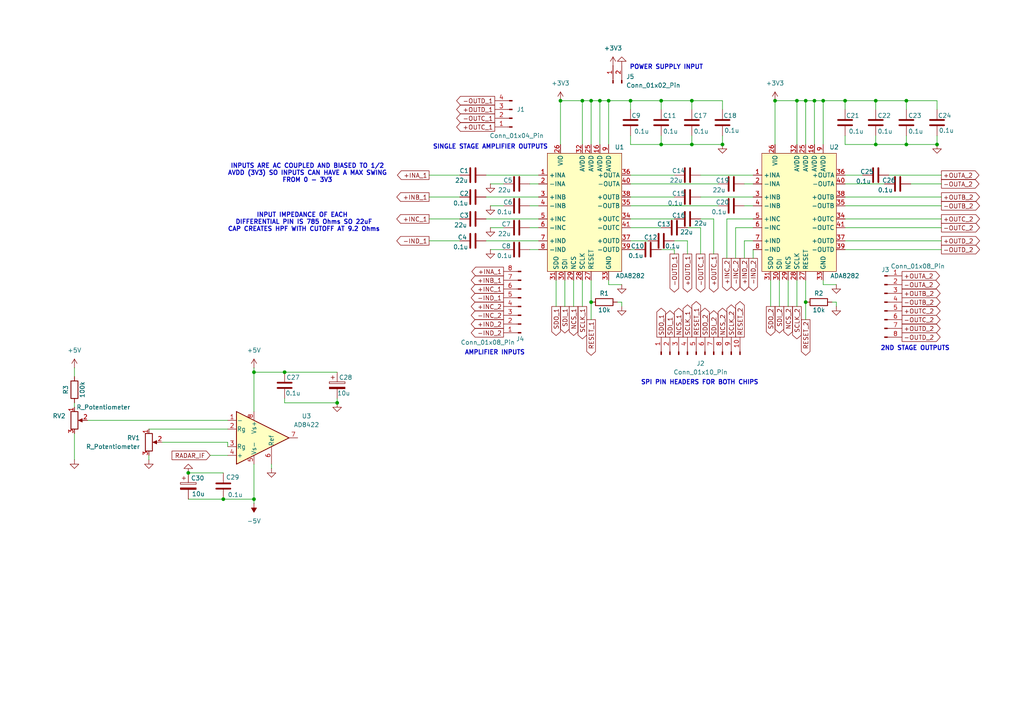
<source format=kicad_sch>
(kicad_sch (version 20231120) (generator "eeschema") (generator_version "8.0")
  (paper "A4")
  (title_block (title "Amplifier_Board") (rev "2") (company "Author: Mishay Naidoo"))
  (lib_symbols
    (symbol "Amplifier_Instrumentation:AD8422" (pin_names (offset 0.127))
      (property "Reference" "U" (at 3.81 7.62 0))
      (property "Value" "AD8422" (at 3.81 5.08 0))
      (symbol "AD8422_0_1"
        (polyline (pts (xy -7.62 7.62) (xy -7.62 -7.62) (xy 7.62 0) (xy -7.62 7.62)) (stroke (width 0.254)) (fill (type background)))
      )
      (symbol "AD8422_1_1"
        (pin input line (at -10.16 5.08 0) (length 2.54) (name "-") (number "1"))
        (pin passive line (at -10.16 2.54 0) (length 2.54) (name "Rg") (number "2"))
        (pin passive line (at -10.16 -2.54 0) (length 2.54) (name "Rg") (number "3"))
        (pin input line (at -10.16 -5.08 0) (length 2.54) (name "+") (number "4"))
        (pin power_in line (at -2.54 -7.62 90) (length 2.54) (name "Vs-") (number "5"))
        (pin passive line (at 2.54 -7.62 90) (length 5.08) (name "Ref") (number "6"))
        (pin output line (at 10.16 0 180) (length 2.54) (name "~") (number "7"))
        (pin power_in line (at -2.54 7.62 270) (length 2.54) (name "Vs+") (number "8"))
      )
    )
    (symbol "Amplifier_Radar:ADA8282"
      (property "Reference" "U" (at 12.192 -0.254 0))
      (property "Value" "ADA8282" (at 17.272 -35.052 0))
      (symbol "ADA8282_1_1"
        (rectangle (start -8.89 -1.27) (end 12.7 -35.56) (fill (type background)))
        (pin input line (at -11.43 -7.62 0) (length 2.54) (name "+INA") (number "1"))
        (pin power_in line (at 6.35 1.27 270) (length 2.54) (name "AVDD") (number "16"))
        (pin input line (at -11.43 -10.16 0) (length 2.54) (name "-INA") (number "2"))
        (pin power_in line (at 3.81 1.27 270) (length 2.54) (name "AVDD") (number "25"))
        (pin power_in line (at -5.08 1.27 270) (length 2.54) (name "VIO") (number "26"))
        (pin input line (at 3.81 -38.1 90) (length 2.54) (name "RESET") (number "27"))
        (pin input line (at 1.27 -38.1 90) (length 2.54) (name "SCLK") (number "28"))
        (pin input line (at -1.27 -38.1 90) (length 2.54) (name "NCS") (number "29"))
        (pin input line (at -11.43 -13.97 0) (length 2.54) (name "+INB") (number "3"))
        (pin input line (at -3.81 -38.1 90) (length 2.54) (name "SDI") (number "30"))
        (pin output line (at -6.35 -38.1 90) (length 2.54) (name "SDO") (number "31"))
        (pin power_in line (at 1.27 1.27 270) (length 2.54) (name "AVDD") (number "32"))
        (pin input line (at 8.89 -38.1 90) (length 2.54) (name "GND") (number "33"))
        (pin output line (at 15.24 -20.32 180) (length 2.54) (name "+OUTC") (number "34"))
        (pin output line (at 15.24 -16.51 180) (length 2.54) (name "-OUTB") (number "35"))
        (pin output line (at 15.24 -7.62 180) (length 2.54) (name "+OUTA") (number "36"))
        (pin output line (at 15.24 -26.67 180) (length 2.54) (name "+OUTD") (number "37"))
        (pin output line (at 15.24 -13.97 180) (length 2.54) (name "+OUTB") (number "38"))
        (pin output line (at 15.24 -29.21 180) (length 2.54) (name "-OUTD") (number "39"))
        (pin input line (at -11.43 -16.51 0) (length 2.54) (name "-INB") (number "4"))
        (pin output line (at 15.24 -10.16 180) (length 2.54) (name "-OUTA") (number "40"))
        (pin output line (at 15.24 -22.86 180) (length 2.54) (name "-OUTC") (number "41"))
        (pin input line (at -11.43 -20.32 0) (length 2.54) (name "+INC") (number "5"))
        (pin input line (at -11.43 -22.86 0) (length 2.54) (name "-INC") (number "6"))
        (pin input line (at -11.43 -26.67 0) (length 2.54) (name "+IND") (number "7"))
        (pin input line (at -11.43 -29.21 0) (length 2.54) (name "-IND") (number "8"))
        (pin power_in line (at 8.89 1.27 270) (length 2.54) (name "AVDD") (number "9"))
      )
    )
    (symbol "Connector:Conn_01x02_Pin" (pin_names (offset 1.016) hide)
      (property "Reference" "J" (at 0 2.54 0))
      (property "Value" "Conn_01x02_Pin" (at 0 -5.08 0))
      (symbol "Conn_01x02_Pin_1_1"
        (polyline (pts (xy 1.27 -2.54) (xy 0.8636 -2.54)) (stroke (width 0.1524)))
        (polyline (pts (xy 1.27 0) (xy 0.8636 0)) (stroke (width 0.1524)))
        (rectangle (start 0.8636 -2.413) (end 0 -2.667) (stroke (width 0.1524)) (fill (type outline)))
        (rectangle (start 0.8636 0.127) (end 0 -0.127) (stroke (width 0.1524)) (fill (type outline)))
        (pin passive line (at 5.08 0 180) (length 3.81) (name "Pin_1") (number "1"))
        (pin passive line (at 5.08 -2.54 180) (length 3.81) (name "Pin_2") (number "2"))
      )
    )
    (symbol "Connector:Conn_01x04_Pin" (pin_names (offset 1.016) hide)
      (property "Reference" "J" (at 0 5.08 0))
      (property "Value" "Conn_01x04_Pin" (at 0 -7.62 0))
      (symbol "Conn_01x04_Pin_1_1"
        (polyline (pts (xy 1.27 -5.08) (xy 0.8636 -5.08)) (stroke (width 0.1524)))
        (polyline (pts (xy 1.27 -2.54) (xy 0.8636 -2.54)) (stroke (width 0.1524)))
        (polyline (pts (xy 1.27 0) (xy 0.8636 0)) (stroke (width 0.1524)))
        (polyline (pts (xy 1.27 2.54) (xy 0.8636 2.54)) (stroke (width 0.1524)))
        (rectangle (start 0.8636 -4.953) (end 0 -5.207) (stroke (width 0.1524)) (fill (type outline)))
        (rectangle (start 0.8636 -2.413) (end 0 -2.667) (stroke (width 0.1524)) (fill (type outline)))
        (rectangle (start 0.8636 0.127) (end 0 -0.127) (stroke (width 0.1524)) (fill (type outline)))
        (rectangle (start 0.8636 2.667) (end 0 2.413) (stroke (width 0.1524)) (fill (type outline)))
        (pin passive line (at 5.08 2.54 180) (length 3.81) (name "Pin_1") (number "1"))
        (pin passive line (at 5.08 0 180) (length 3.81) (name "Pin_2") (number "2"))
        (pin passive line (at 5.08 -2.54 180) (length 3.81) (name "Pin_3") (number "3"))
        (pin passive line (at 5.08 -5.08 180) (length 3.81) (name "Pin_4") (number "4"))
      )
    )
    (symbol "Connector:Conn_01x08_Pin" (pin_names (offset 1.016) hide)
      (property "Reference" "J" (at 0 10.16 0))
      (property "Value" "Conn_01x08_Pin" (at 0 -12.7 0))
      (symbol "Conn_01x08_Pin_1_1"
        (polyline (pts (xy 1.27 -10.16) (xy 0.8636 -10.16)) (stroke (width 0.1524)))
        (polyline (pts (xy 1.27 -7.62) (xy 0.8636 -7.62)) (stroke (width 0.1524)))
        (polyline (pts (xy 1.27 -5.08) (xy 0.8636 -5.08)) (stroke (width 0.1524)))
        (polyline (pts (xy 1.27 -2.54) (xy 0.8636 -2.54)) (stroke (width 0.1524)))
        (polyline (pts (xy 1.27 0) (xy 0.8636 0)) (stroke (width 0.1524)))
        (polyline (pts (xy 1.27 2.54) (xy 0.8636 2.54)) (stroke (width 0.1524)))
        (polyline (pts (xy 1.27 5.08) (xy 0.8636 5.08)) (stroke (width 0.1524)))
        (polyline (pts (xy 1.27 7.62) (xy 0.8636 7.62)) (stroke (width 0.1524)))
        (rectangle (start 0.8636 -10.033) (end 0 -10.287) (stroke (width 0.1524)) (fill (type outline)))
        (rectangle (start 0.8636 -7.493) (end 0 -7.747) (stroke (width 0.1524)) (fill (type outline)))
        (rectangle (start 0.8636 -4.953) (end 0 -5.207) (stroke (width 0.1524)) (fill (type outline)))
        (rectangle (start 0.8636 -2.413) (end 0 -2.667) (stroke (width 0.1524)) (fill (type outline)))
        (rectangle (start 0.8636 0.127) (end 0 -0.127) (stroke (width 0.1524)) (fill (type outline)))
        (rectangle (start 0.8636 2.667) (end 0 2.413) (stroke (width 0.1524)) (fill (type outline)))
        (rectangle (start 0.8636 5.207) (end 0 4.953) (stroke (width 0.1524)) (fill (type outline)))
        (rectangle (start 0.8636 7.747) (end 0 7.493) (stroke (width 0.1524)) (fill (type outline)))
        (pin passive line (at 5.08 7.62 180) (length 3.81) (name "Pin_1") (number "1"))
        (pin passive line (at 5.08 5.08 180) (length 3.81) (name "Pin_2") (number "2"))
        (pin passive line (at 5.08 2.54 180) (length 3.81) (name "Pin_3") (number "3"))
        (pin passive line (at 5.08 0 180) (length 3.81) (name "Pin_4") (number "4"))
        (pin passive line (at 5.08 -2.54 180) (length 3.81) (name "Pin_5") (number "5"))
        (pin passive line (at 5.08 -5.08 180) (length 3.81) (name "Pin_6") (number "6"))
        (pin passive line (at 5.08 -7.62 180) (length 3.81) (name "Pin_7") (number "7"))
        (pin passive line (at 5.08 -10.16 180) (length 3.81) (name "Pin_8") (number "8"))
      )
    )
    (symbol "Connector:Conn_01x10_Pin" (pin_names (offset 1.016) hide)
      (property "Reference" "J" (at 0 12.7 0))
      (property "Value" "Conn_01x10_Pin" (at 0 -15.24 0))
      (symbol "Conn_01x10_Pin_1_1"
        (polyline (pts (xy 1.27 -12.7) (xy 0.8636 -12.7)) (stroke (width 0.1524)))
        (polyline (pts (xy 1.27 -10.16) (xy 0.8636 -10.16)) (stroke (width 0.1524)))
        (polyline (pts (xy 1.27 -7.62) (xy 0.8636 -7.62)) (stroke (width 0.1524)))
        (polyline (pts (xy 1.27 -5.08) (xy 0.8636 -5.08)) (stroke (width 0.1524)))
        (polyline (pts (xy 1.27 -2.54) (xy 0.8636 -2.54)) (stroke (width 0.1524)))
        (polyline (pts (xy 1.27 0) (xy 0.8636 0)) (stroke (width 0.1524)))
        (polyline (pts (xy 1.27 2.54) (xy 0.8636 2.54)) (stroke (width 0.1524)))
        (polyline (pts (xy 1.27 5.08) (xy 0.8636 5.08)) (stroke (width 0.1524)))
        (polyline (pts (xy 1.27 7.62) (xy 0.8636 7.62)) (stroke (width 0.1524)))
        (polyline (pts (xy 1.27 10.16) (xy 0.8636 10.16)) (stroke (width 0.1524)))
        (rectangle (start 0.8636 -12.573) (end 0 -12.827) (stroke (width 0.1524)) (fill (type outline)))
        (rectangle (start 0.8636 -10.033) (end 0 -10.287) (stroke (width 0.1524)) (fill (type outline)))
        (rectangle (start 0.8636 -7.493) (end 0 -7.747) (stroke (width 0.1524)) (fill (type outline)))
        (rectangle (start 0.8636 -4.953) (end 0 -5.207) (stroke (width 0.1524)) (fill (type outline)))
        (rectangle (start 0.8636 -2.413) (end 0 -2.667) (stroke (width 0.1524)) (fill (type outline)))
        (rectangle (start 0.8636 0.127) (end 0 -0.127) (stroke (width 0.1524)) (fill (type outline)))
        (rectangle (start 0.8636 2.667) (end 0 2.413) (stroke (width 0.1524)) (fill (type outline)))
        (rectangle (start 0.8636 5.207) (end 0 4.953) (stroke (width 0.1524)) (fill (type outline)))
        (rectangle (start 0.8636 7.747) (end 0 7.493) (stroke (width 0.1524)) (fill (type outline)))
        (rectangle (start 0.8636 10.287) (end 0 10.033) (stroke (width 0.1524)) (fill (type outline)))
        (pin passive line (at 5.08 10.16 180) (length 3.81) (name "Pin_1") (number "1"))
        (pin passive line (at 5.08 -12.7 180) (length 3.81) (name "Pin_10") (number "10"))
        (pin passive line (at 5.08 7.62 180) (length 3.81) (name "Pin_2") (number "2"))
        (pin passive line (at 5.08 5.08 180) (length 3.81) (name "Pin_3") (number "3"))
        (pin passive line (at 5.08 2.54 180) (length 3.81) (name "Pin_4") (number "4"))
        (pin passive line (at 5.08 0 180) (length 3.81) (name "Pin_5") (number "5"))
        (pin passive line (at 5.08 -2.54 180) (length 3.81) (name "Pin_6") (number "6"))
        (pin passive line (at 5.08 -5.08 180) (length 3.81) (name "Pin_7") (number "7"))
        (pin passive line (at 5.08 -7.62 180) (length 3.81) (name "Pin_8") (number "8"))
        (pin passive line (at 5.08 -10.16 180) (length 3.81) (name "Pin_9") (number "9"))
      )
    )
    (symbol "Device:C" (pin_numbers hide) (pin_names (offset 0.254))
      (property "Reference" "C" (at 0.635 2.54 0))
      (property "Value" "C" (at 0.635 -2.54 0))
      (symbol "C_0_1"
        (polyline (pts (xy -2.032 -0.762) (xy 2.032 -0.762)) (stroke (width 0.508)))
        (polyline (pts (xy -2.032 0.762) (xy 2.032 0.762)) (stroke (width 0.508)))
      )
      (symbol "C_1_1"
        (pin passive line (at 0 3.81 270) (length 2.794) (name "~") (number "1"))
        (pin passive line (at 0 -3.81 90) (length 2.794) (name "~") (number "2"))
      )
    )
    (symbol "Device:C_Polarized" (pin_numbers hide) (pin_names (offset 0.254))
      (property "Reference" "C" (at 0.635 2.54 0))
      (property "Value" "C_Polarized" (at 0.635 -2.54 0))
      (symbol "C_Polarized_0_1"
        (rectangle (start -2.286 0.508) (end 2.286 1.016))
        (polyline (pts (xy -1.778 2.286) (xy -0.762 2.286)))
        (polyline (pts (xy -1.27 2.794) (xy -1.27 1.778)))
        (rectangle (start 2.286 -0.508) (end -2.286 -1.016) (fill (type outline)))
      )
      (symbol "C_Polarized_1_1"
        (pin passive line (at 0 3.81 270) (length 2.794) (name "~") (number "1"))
        (pin passive line (at 0 -3.81 90) (length 2.794) (name "~") (number "2"))
      )
    )
    (symbol "Device:R" (pin_numbers hide) (pin_names (offset 0))
      (property "Reference" "R" (at 2.032 0 90))
      (property "Value" "R" (at 0 0 90))
      (symbol "R_0_1"
        (rectangle (start -1.016 -2.54) (end 1.016 2.54) (stroke (width 0.254)))
      )
      (symbol "R_1_1"
        (pin passive line (at 0 3.81 270) (length 1.27) (name "~") (number "1"))
        (pin passive line (at 0 -3.81 90) (length 1.27) (name "~") (number "2"))
      )
    )
    (symbol "Device:R_Potentiometer" (pin_names (offset 1.016) hide)
      (property "Reference" "RV" (at -4.445 0 90))
      (property "Value" "R_Potentiometer" (at -2.54 0 90))
      (symbol "R_Potentiometer_0_1"
        (polyline (pts (xy 2.54 0) (xy 1.524 0)))
        (polyline (pts (xy 1.143 0) (xy 2.286 0.508) (xy 2.286 -0.508) (xy 1.143 0)) (fill (type outline)))
        (rectangle (start 1.016 2.54) (end -1.016 -2.54) (stroke (width 0.254)))
      )
      (symbol "R_Potentiometer_1_1"
        (pin passive line (at 0 3.81 270) (length 1.27) (name "1") (number "1"))
        (pin passive line (at 3.81 0 180) (length 1.27) (name "2") (number "2"))
        (pin passive line (at 0 -3.81 90) (length 1.27) (name "3") (number "3"))
      )
    )
    (symbol "power:+3V3" (power) (pin_numbers hide) (pin_names (offset 0) hide)
      (property "Value" "+3V3" (at 0 3.556 0))
      (symbol "+3V3_0_1"
        (polyline (pts (xy -0.762 1.27) (xy 0 2.54)))
        (polyline (pts (xy 0 0) (xy 0 2.54)))
        (polyline (pts (xy 0 2.54) (xy 0.762 1.27)))
      )
      (symbol "+3V3_1_1"
        (pin power_in line (at 0 0 90) (length 0) (name "~") (number "1"))
      )
    )
    (symbol "power:+5V" (power) (pin_numbers hide) (pin_names (offset 0) hide)
      (property "Value" "+5V" (at 0 3.556 0))
      (symbol "+5V_0_1"
        (polyline (pts (xy -0.762 1.27) (xy 0 2.54)))
        (polyline (pts (xy 0 0) (xy 0 2.54)))
        (polyline (pts (xy 0 2.54) (xy 0.762 1.27)))
      )
      (symbol "+5V_1_1"
        (pin power_in line (at 0 0 90) (length 0) (name "~") (number "1"))
      )
    )
    (symbol "power:-5V" (power) (pin_numbers hide) (pin_names (offset 0) hide)
      (property "Value" "-5V" (at 0 3.556 0))
      (symbol "-5V_0_0"
        (pin power_in line (at 0 0 90) (length 0) (name "~") (number "1"))
      )
      (symbol "-5V_0_1"
        (polyline (pts (xy 0 0) (xy 0 1.27) (xy 0.762 1.27) (xy 0 2.54) (xy -0.762 1.27) (xy 0 1.27)) (fill (type outline)))
      )
    )
    (symbol "power:GND" (power) (pin_numbers hide) (pin_names (offset 0) hide)
      (property "Value" "GND" (at 0 -3.81 0))
      (symbol "GND_0_1"
        (polyline (pts (xy 0 0) (xy 0 -1.27) (xy 1.27 -1.27) (xy 0 -2.54) (xy -1.27 -1.27) (xy 0 -1.27)))
      )
      (symbol "GND_1_1"
        (pin power_in line (at 0 0 270) (length 0) (name "~") (number "1"))
      )
    )
  )
  (junction (at 233.68 29.21))
  (junction (at 176.53 29.21))
  (junction (at 233.68 87.63))
  (junction (at 245.11 29.21))
  (junction (at 238.76 29.21))
  (junction (at 254 41.91))
  (junction (at 262.89 29.21))
  (junction (at 73.66 144.78))
  (junction (at 82.55 107.95))
  (junction (at 171.45 87.63))
  (junction (at 224.79 29.21))
  (junction (at 262.89 41.91))
  (junction (at 54.61 137.16))
  (junction (at 73.66 107.95))
  (junction (at 236.22 29.21))
  (junction (at 254 29.21))
  (junction (at 162.56 29.21))
  (junction (at 173.99 29.21))
  (junction (at 97.79 116.84))
  (junction (at 200.66 29.21))
  (junction (at 182.88 29.21))
  (junction (at 191.77 41.91))
  (junction (at 231.14 29.21))
  (junction (at 191.77 29.21))
  (junction (at 271.78 41.91))
  (junction (at 64.77 144.78))
  (junction (at 209.55 41.91))
  (junction (at 200.66 41.91))
  (junction (at 171.45 29.21))
  (junction (at 168.91 29.21))
  (wire (pts (xy 66.04 128.27) (xy 66.04 129.54)))
  (wire (pts (xy 191.77 39.37) (xy 191.77 41.91)))
  (wire (pts (xy 64.77 144.78) (xy 73.66 144.78)))
  (wire (pts (xy 200.66 39.37) (xy 200.66 41.91)))
  (wire (pts (xy 153.67 59.69) (xy 156.21 59.69)))
  (wire (pts (xy 199.39 69.85) (xy 199.39 73.66)))
  (wire (pts (xy 191.77 41.91) (xy 200.66 41.91)))
  (wire (pts (xy 173.99 41.91) (xy 173.99 29.21)))
  (wire (pts (xy 182.88 53.34) (xy 208.28 53.34)))
  (wire (pts (xy 173.99 29.21) (xy 171.45 29.21)))
  (wire (pts (xy 153.67 53.34) (xy 156.21 53.34)))
  (wire (pts (xy 254 41.91) (xy 262.89 41.91)))
  (wire (pts (xy 210.82 63.5) (xy 218.44 63.5)))
  (wire (pts (xy 176.53 29.21) (xy 173.99 29.21)))
  (wire (pts (xy 43.18 124.46) (xy 66.04 124.46)))
  (wire (pts (xy 166.37 81.28) (xy 166.37 88.9)))
  (wire (pts (xy 182.88 39.37) (xy 182.88 41.91)))
  (wire (pts (xy 257.81 50.8) (xy 273.05 50.8)))
  (wire (pts (xy 233.68 87.63) (xy 233.68 92.71)))
  (wire (pts (xy 124.46 63.5) (xy 133.35 63.5)))
  (wire (pts (xy 233.68 29.21) (xy 231.14 29.21)))
  (wire (pts (xy 245.11 39.37) (xy 245.11 41.91)))
  (wire (pts (xy 168.91 81.28) (xy 168.91 88.9)))
  (wire (pts (xy 153.67 66.04) (xy 156.21 66.04)))
  (wire (pts (xy 21.59 116.84) (xy 21.59 118.11)))
  (wire (pts (xy 236.22 29.21) (xy 233.68 29.21)))
  (wire (pts (xy 218.44 72.39) (xy 218.44 74.93)))
  (wire (pts (xy 168.91 29.21) (xy 162.56 29.21)))
  (wire (pts (xy 245.11 63.5) (xy 273.05 63.5)))
  (wire (pts (xy 262.89 41.91) (xy 271.78 41.91)))
  (wire (pts (xy 73.66 106.68) (xy 73.66 107.95)))
  (wire (pts (xy 238.76 82.55) (xy 238.76 81.28)))
  (wire (pts (xy 140.97 69.85) (xy 156.21 69.85)))
  (wire (pts (xy 25.4 121.92) (xy 66.04 121.92)))
  (wire (pts (xy 210.82 74.93) (xy 210.82 63.5)))
  (wire (pts (xy 124.46 50.8) (xy 133.35 50.8)))
  (wire (pts (xy 254 31.75) (xy 254 29.21)))
  (wire (pts (xy 209.55 39.37) (xy 209.55 41.91)))
  (wire (pts (xy 124.46 57.15) (xy 133.35 57.15)))
  (wire (pts (xy 199.39 66.04) (xy 203.2 66.04)))
  (wire (pts (xy 182.88 50.8) (xy 195.58 50.8)))
  (wire (pts (xy 242.57 88.9) (xy 242.57 87.63)))
  (wire (pts (xy 233.68 41.91) (xy 233.68 29.21)))
  (wire (pts (xy 140.97 57.15) (xy 156.21 57.15)))
  (wire (pts (xy 203.2 66.04) (xy 203.2 73.66)))
  (wire (pts (xy 180.34 87.63) (xy 179.07 87.63)))
  (wire (pts (xy 238.76 29.21) (xy 236.22 29.21)))
  (wire (pts (xy 54.61 137.16) (xy 64.77 137.16)))
  (wire (pts (xy 191.77 31.75) (xy 191.77 29.21)))
  (wire (pts (xy 82.55 116.84) (xy 97.79 116.84)))
  (wire (pts (xy 245.11 69.85) (xy 273.05 69.85)))
  (wire (pts (xy 245.11 59.69) (xy 273.05 59.69)))
  (wire (pts (xy 224.79 29.21) (xy 224.79 41.91)))
  (wire (pts (xy 73.66 107.95) (xy 73.66 119.38)))
  (wire (pts (xy 182.88 57.15) (xy 195.58 57.15)))
  (wire (pts (xy 140.97 50.8) (xy 156.21 50.8)))
  (wire (pts (xy 182.88 29.21) (xy 176.53 29.21)))
  (wire (pts (xy 180.34 82.55) (xy 176.53 82.55)))
  (wire (pts (xy 226.06 81.28) (xy 226.06 88.9)))
  (wire (pts (xy 161.29 81.28) (xy 161.29 88.9)))
  (wire (pts (xy 153.67 72.39) (xy 156.21 72.39)))
  (wire (pts (xy 233.68 81.28) (xy 233.68 87.63)))
  (wire (pts (xy 245.11 31.75) (xy 245.11 29.21)))
  (wire (pts (xy 200.66 41.91) (xy 209.55 41.91)))
  (wire (pts (xy 262.89 31.75) (xy 262.89 29.21)))
  (wire (pts (xy 200.66 31.75) (xy 200.66 29.21)))
  (wire (pts (xy 215.9 53.34) (xy 218.44 53.34)))
  (wire (pts (xy 262.89 29.21) (xy 254 29.21)))
  (wire (pts (xy 223.52 81.28) (xy 223.52 88.9)))
  (wire (pts (xy 182.88 66.04) (xy 191.77 66.04)))
  (wire (pts (xy 195.58 72.39) (xy 195.58 73.66)))
  (wire (pts (xy 78.74 134.62) (xy 78.74 135.89)))
  (wire (pts (xy 142.24 53.34) (xy 146.05 53.34)))
  (wire (pts (xy 203.2 57.15) (xy 218.44 57.15)))
  (wire (pts (xy 236.22 41.91) (xy 236.22 29.21)))
  (wire (pts (xy 245.11 72.39) (xy 273.05 72.39)))
  (wire (pts (xy 171.45 87.63) (xy 171.45 92.71)))
  (wire (pts (xy 242.57 87.63) (xy 241.3 87.63)))
  (wire (pts (xy 182.88 72.39) (xy 184.15 72.39)))
  (wire (pts (xy 231.14 81.28) (xy 231.14 88.9)))
  (wire (pts (xy 245.11 53.34) (xy 256.54 53.34)))
  (wire (pts (xy 213.36 74.93) (xy 213.36 66.04)))
  (wire (pts (xy 195.58 69.85) (xy 199.39 69.85)))
  (wire (pts (xy 207.01 63.5) (xy 207.01 73.66)))
  (wire (pts (xy 238.76 41.91) (xy 238.76 29.21)))
  (wire (pts (xy 180.34 88.9) (xy 180.34 87.63)))
  (wire (pts (xy 171.45 81.28) (xy 171.45 87.63)))
  (wire (pts (xy 176.53 82.55) (xy 176.53 81.28)))
  (wire (pts (xy 82.55 115.57) (xy 82.55 116.84)))
  (wire (pts (xy 203.2 50.8) (xy 218.44 50.8)))
  (wire (pts (xy 73.66 144.78) (xy 73.66 146.05)))
  (wire (pts (xy 254 29.21) (xy 245.11 29.21)))
  (wire (pts (xy 245.11 50.8) (xy 250.19 50.8)))
  (wire (pts (xy 60.96 132.08) (xy 66.04 132.08)))
  (wire (pts (xy 245.11 66.04) (xy 273.05 66.04)))
  (wire (pts (xy 142.24 72.39) (xy 146.05 72.39)))
  (wire (pts (xy 264.16 53.34) (xy 273.05 53.34)))
  (wire (pts (xy 171.45 29.21) (xy 168.91 29.21)))
  (wire (pts (xy 73.66 107.95) (xy 82.55 107.95)))
  (wire (pts (xy 168.91 41.91) (xy 168.91 29.21)))
  (wire (pts (xy 245.11 41.91) (xy 254 41.91)))
  (wire (pts (xy 182.88 31.75) (xy 182.88 29.21)))
  (wire (pts (xy 242.57 82.55) (xy 238.76 82.55)))
  (wire (pts (xy 182.88 59.69) (xy 208.28 59.69)))
  (wire (pts (xy 271.78 29.21) (xy 262.89 29.21)))
  (wire (pts (xy 21.59 106.68) (xy 21.59 109.22)))
  (wire (pts (xy 142.24 66.04) (xy 146.05 66.04)))
  (wire (pts (xy 182.88 63.5) (xy 195.58 63.5)))
  (wire (pts (xy 191.77 29.21) (xy 182.88 29.21)))
  (wire (pts (xy 97.79 116.84) (xy 97.79 115.57)))
  (wire (pts (xy 262.89 39.37) (xy 262.89 41.91)))
  (wire (pts (xy 162.56 29.21) (xy 162.56 41.91)))
  (wire (pts (xy 228.6 81.28) (xy 228.6 88.9)))
  (wire (pts (xy 124.46 69.85) (xy 133.35 69.85)))
  (wire (pts (xy 254 39.37) (xy 254 41.91)))
  (wire (pts (xy 215.9 69.85) (xy 218.44 69.85)))
  (wire (pts (xy 163.83 81.28) (xy 163.83 88.9)))
  (wire (pts (xy 245.11 57.15) (xy 273.05 57.15)))
  (wire (pts (xy 46.99 128.27) (xy 66.04 128.27)))
  (wire (pts (xy 54.61 144.78) (xy 64.77 144.78)))
  (wire (pts (xy 73.66 134.62) (xy 73.66 144.78)))
  (wire (pts (xy 191.77 72.39) (xy 195.58 72.39)))
  (wire (pts (xy 209.55 29.21) (xy 200.66 29.21)))
  (wire (pts (xy 43.18 132.08) (xy 43.18 133.35)))
  (wire (pts (xy 245.11 29.21) (xy 238.76 29.21)))
  (wire (pts (xy 171.45 41.91) (xy 171.45 29.21)))
  (wire (pts (xy 182.88 41.91) (xy 191.77 41.91)))
  (wire (pts (xy 231.14 29.21) (xy 224.79 29.21)))
  (wire (pts (xy 82.55 107.95) (xy 97.79 107.95)))
  (wire (pts (xy 140.97 63.5) (xy 156.21 63.5)))
  (wire (pts (xy 176.53 41.91) (xy 176.53 29.21)))
  (wire (pts (xy 271.78 39.37) (xy 271.78 41.91)))
  (wire (pts (xy 182.88 69.85) (xy 187.96 69.85)))
  (wire (pts (xy 209.55 31.75) (xy 209.55 29.21)))
  (wire (pts (xy 271.78 31.75) (xy 271.78 29.21)))
  (wire (pts (xy 213.36 66.04) (xy 218.44 66.04)))
  (wire (pts (xy 203.2 63.5) (xy 207.01 63.5)))
  (wire (pts (xy 142.24 59.69) (xy 146.05 59.69)))
  (wire (pts (xy 231.14 41.91) (xy 231.14 29.21)))
  (wire (pts (xy 215.9 74.93) (xy 215.9 69.85)))
  (wire (pts (xy 215.9 59.69) (xy 218.44 59.69)))
  (wire (pts (xy 200.66 29.21) (xy 191.77 29.21)))
  (wire (pts (xy 21.59 125.73) (xy 21.59 133.35)))
  (text "INPUTS ARE AC COUPLED AND BIASED TO 1/2\nAVDD (3V3) SO INPUTS CAN HAVE A MAX SWING\nFROM 0 - 3V3\n" (at 89.154 50.292 0) (effects (font (size 1.27 1.27) (thickness 0.254) (bold yes))))
  (text "2ND STAGE OUTPUTS\n" (at 265.43 101.092 0) (effects (font (size 1.27 1.27) (thickness 0.254) (bold yes))))
  (text "POWER SUPPLY INPUT" (at 193.294 19.558 0) (effects (font (size 1.27 1.27) (thickness 0.254) (bold yes))))
  (text "INPUT IMPEDANCE OF EACH \nDIFFERENTIAL PIN IS 785 Ohms SO 22uF\nCAP CREATES HPF WITH CUTOFF AT 9.2 Ohms\n" (at 88.138 64.516 0) (effects (font (size 1.27 1.27) (thickness 0.254) (bold yes))))
  (text "AMPLIFIER INPUTS\n\n\n" (at 143.51 104.394 0) (effects (font (size 1.27 1.27) (thickness 0.254) (bold yes))))
  (text "SPI PIN HEADERS FOR BOTH CHIPS\n" (at 202.946 110.998 0) (effects (font (size 1.27 1.27) (thickness 0.254) (bold yes))))
  (text "SINGLE STAGE AMPLIFIER OUTPUTS\n" (at 142.24 42.672 0) (effects (font (size 1.27 1.27) (thickness 0.254) (bold yes))))
  (global_label "SDI_2" (shape output) (at 207.01 97.79 90) (property "Intersheetrefs" "${INTERSHEET_REFS}" (effects (hide yes))))
  (global_label "+INA_1" (shape output) (at 146.05 78.74 180) (property "Intersheetrefs" "${INTERSHEET_REFS}" (effects (hide yes))))
  (global_label "SDI_1" (shape output) (at 163.83 88.9 270) (property "Intersheetrefs" "${INTERSHEET_REFS}" (effects (hide yes))))
  (global_label "RESET_1" (shape output) (at 201.93 97.79 90) (property "Intersheetrefs" "${INTERSHEET_REFS}" (effects (hide yes))))
  (global_label "-OUTC_2" (shape output) (at 261.62 92.71 0) (property "Intersheetrefs" "${INTERSHEET_REFS}" (effects (hide yes))))
  (global_label "+OUTB_2" (shape output) (at 261.62 85.09 0) (property "Intersheetrefs" "${INTERSHEET_REFS}" (effects (hide yes))))
  (global_label "SCLK_1" (shape output) (at 168.91 88.9 270) (property "Intersheetrefs" "${INTERSHEET_REFS}" (effects (hide yes))))
  (global_label "-OUTC_1" (shape output) (at 143.51 34.29 180) (property "Intersheetrefs" "${INTERSHEET_REFS}" (effects (hide yes))))
  (global_label "-OUTD_1" (shape output) (at 143.51 29.21 180) (property "Intersheetrefs" "${INTERSHEET_REFS}" (effects (hide yes))))
  (global_label "SCLK_2" (shape output) (at 231.14 88.9 270) (property "Intersheetrefs" "${INTERSHEET_REFS}" (effects (hide yes))))
  (global_label "-IND_1" (shape output) (at 124.46 69.85 180) (property "Intersheetrefs" "${INTERSHEET_REFS}" (effects (hide yes))))
  (global_label "RESET_2" (shape output) (at 214.63 97.79 90) (property "Intersheetrefs" "${INTERSHEET_REFS}" (effects (hide yes))))
  (global_label "+INC_1" (shape output) (at 124.46 63.5 180) (property "Intersheetrefs" "${INTERSHEET_REFS}" (effects (hide yes))))
  (global_label "-INC_2" (shape output) (at 146.05 91.44 180) (property "Intersheetrefs" "${INTERSHEET_REFS}" (effects (hide yes))))
  (global_label "NCS_2" (shape output) (at 209.55 97.79 90) (property "Intersheetrefs" "${INTERSHEET_REFS}" (effects (hide yes))))
  (global_label "-IND_2" (shape output) (at 146.05 96.52 180) (property "Intersheetrefs" "${INTERSHEET_REFS}" (effects (hide yes))))
  (global_label "+OUTC_2" (shape output) (at 273.05 63.5 0) (property "Intersheetrefs" "${INTERSHEET_REFS}" (effects (hide yes))))
  (global_label "-OUTA_2" (shape output) (at 273.05 53.34 0) (property "Intersheetrefs" "${INTERSHEET_REFS}" (effects (hide yes))))
  (global_label "-OUTB_2" (shape output) (at 261.62 87.63 0) (property "Intersheetrefs" "${INTERSHEET_REFS}" (effects (hide yes))))
  (global_label "+IND_2" (shape output) (at 215.9 74.93 270) (property "Intersheetrefs" "${INTERSHEET_REFS}" (effects (hide yes))))
  (global_label "-OUTA_2" (shape output) (at 261.62 82.55 0) (property "Intersheetrefs" "${INTERSHEET_REFS}" (effects (hide yes))))
  (global_label "RESET_1" (shape output) (at 171.45 92.71 270) (property "Intersheetrefs" "${INTERSHEET_REFS}" (effects (hide yes))))
  (global_label "+OUTC_1" (shape output) (at 143.51 36.83 180) (property "Intersheetrefs" "${INTERSHEET_REFS}" (effects (hide yes))))
  (global_label "+OUTD_1" (shape output) (at 143.51 31.75 180) (property "Intersheetrefs" "${INTERSHEET_REFS}" (effects (hide yes))))
  (global_label "SDO_1" (shape output) (at 191.77 97.79 90) (property "Intersheetrefs" "${INTERSHEET_REFS}" (effects (hide yes))))
  (global_label "+INB_1" (shape output) (at 124.46 57.15 180) (property "Intersheetrefs" "${INTERSHEET_REFS}" (effects (hide yes))))
  (global_label "-OUTD_2" (shape output) (at 273.05 72.39 0) (property "Intersheetrefs" "${INTERSHEET_REFS}" (effects (hide yes))))
  (global_label "+OUTD_2" (shape output) (at 261.62 95.25 0) (property "Intersheetrefs" "${INTERSHEET_REFS}" (effects (hide yes))))
  (global_label "SDI_2" (shape output) (at 226.06 88.9 270) (property "Intersheetrefs" "${INTERSHEET_REFS}" (effects (hide yes))))
  (global_label "SDO_1" (shape output) (at 161.29 88.9 270) (property "Intersheetrefs" "${INTERSHEET_REFS}" (effects (hide yes))))
  (global_label "+OUTA_2" (shape output) (at 261.62 80.01 0) (property "Intersheetrefs" "${INTERSHEET_REFS}" (effects (hide yes))))
  (global_label "NCS_2" (shape output) (at 228.6 88.9 270) (property "Intersheetrefs" "${INTERSHEET_REFS}" (effects (hide yes))))
  (global_label "+INA_1" (shape output) (at 124.46 50.8 180) (property "Intersheetrefs" "${INTERSHEET_REFS}" (effects (hide yes))))
  (global_label "+OUTC_1" (shape output) (at 207.01 73.66 270) (property "Intersheetrefs" "${INTERSHEET_REFS}" (effects (hide yes))))
  (global_label "NCS_1" (shape output) (at 196.85 97.79 90) (property "Intersheetrefs" "${INTERSHEET_REFS}" (effects (hide yes))))
  (global_label "+INC_2" (shape output) (at 210.82 74.93 270) (property "Intersheetrefs" "${INTERSHEET_REFS}" (effects (hide yes))))
  (global_label "+OUTC_2" (shape output) (at 261.62 90.17 0) (property "Intersheetrefs" "${INTERSHEET_REFS}" (effects (hide yes))))
  (global_label "NCS_1" (shape output) (at 166.37 88.9 270) (property "Intersheetrefs" "${INTERSHEET_REFS}" (effects (hide yes))))
  (global_label "-IND_2" (shape output) (at 218.44 74.93 270) (property "Intersheetrefs" "${INTERSHEET_REFS}" (effects (hide yes))))
  (global_label "-OUTD_2" (shape output) (at 261.62 97.79 0) (property "Intersheetrefs" "${INTERSHEET_REFS}" (effects (hide yes))))
  (global_label "-OUTB_2" (shape output) (at 273.05 59.69 0) (property "Intersheetrefs" "${INTERSHEET_REFS}" (effects (hide yes))))
  (global_label "RADAR_IF" (shape input) (at 60.96 132.08 180) (property "Intersheetrefs" "${INTERSHEET_REFS}" (effects (hide yes))))
  (global_label "SDO_2" (shape output) (at 223.52 88.9 270) (property "Intersheetrefs" "${INTERSHEET_REFS}" (effects (hide yes))))
  (global_label "+OUTD_1" (shape output) (at 199.39 73.66 270) (property "Intersheetrefs" "${INTERSHEET_REFS}" (effects (hide yes))))
  (global_label "+INC_1" (shape output) (at 146.05 83.82 180) (property "Intersheetrefs" "${INTERSHEET_REFS}" (effects (hide yes))))
  (global_label "-OUTD_1" (shape output) (at 195.58 73.66 270) (property "Intersheetrefs" "${INTERSHEET_REFS}" (effects (hide yes))))
  (global_label "SDI_1" (shape output) (at 194.31 97.79 90) (property "Intersheetrefs" "${INTERSHEET_REFS}" (effects (hide yes))))
  (global_label "-IND_1" (shape output) (at 146.05 86.36 180) (property "Intersheetrefs" "${INTERSHEET_REFS}" (effects (hide yes))))
  (global_label "+OUTD_2" (shape output) (at 273.05 69.85 0) (property "Intersheetrefs" "${INTERSHEET_REFS}" (effects (hide yes))))
  (global_label "SDO_2" (shape output) (at 204.47 97.79 90) (property "Intersheetrefs" "${INTERSHEET_REFS}" (effects (hide yes))))
  (global_label "+INB_1" (shape output) (at 146.05 81.28 180) (property "Intersheetrefs" "${INTERSHEET_REFS}" (effects (hide yes))))
  (global_label "-OUTC_1" (shape output) (at 203.2 73.66 270) (property "Intersheetrefs" "${INTERSHEET_REFS}" (effects (hide yes))))
  (global_label "-INC_2" (shape output) (at 213.36 74.93 270) (property "Intersheetrefs" "${INTERSHEET_REFS}" (effects (hide yes))))
  (global_label "+INC_2" (shape output) (at 146.05 88.9 180) (property "Intersheetrefs" "${INTERSHEET_REFS}" (effects (hide yes))))
  (global_label "RESET_2" (shape output) (at 233.68 92.71 270) (property "Intersheetrefs" "${INTERSHEET_REFS}" (effects (hide yes))))
  (global_label "SCLK_1" (shape output) (at 199.39 97.79 90) (property "Intersheetrefs" "${INTERSHEET_REFS}" (effects (hide yes))))
  (global_label "-OUTC_2" (shape output) (at 273.05 66.04 0) (property "Intersheetrefs" "${INTERSHEET_REFS}" (effects (hide yes))))
  (global_label "+IND_2" (shape output) (at 146.05 93.98 180) (property "Intersheetrefs" "${INTERSHEET_REFS}" (effects (hide yes))))
  (global_label "+OUTB_2" (shape output) (at 273.05 57.15 0) (property "Intersheetrefs" "${INTERSHEET_REFS}" (effects (hide yes))))
  (global_label "+OUTA_2" (shape output) (at 273.05 50.8 0) (property "Intersheetrefs" "${INTERSHEET_REFS}" (effects (hide yes))))
  (global_label "SCLK_2" (shape output) (at 212.09 97.79 90) (property "Intersheetrefs" "${INTERSHEET_REFS}" (effects (hide yes))))
  (symbol (lib_id "Device:C") (at 82.55 111.76 0) (unit 1)
    (property "Reference" "C27" (at 83.058 109.474 0) (effects (justify left)))
    (property "Value" "0.1u" (at 82.804 114.046 0) (effects (justify left)))
    (property "Description" "Unpolarized capacitor" (effects (hide yes)))
  )
  (symbol (lib_id "power:+3V3") (at 162.56 29.21 0) (unit 1)
    (property "Reference" "#PWR05" (effects (hide yes)))
    (property "Value" "+3V3" (at 162.56 24.13 0))
    (property "Description" "Power symbol creates a global label with name \"+3V3\"" (effects (hide yes)))
  )
  (symbol (lib_id "Connector:Conn_01x04_Pin") (at 148.59 34.29 180) (unit 1)
    (property "Reference" "J1" (at 149.86 31.7499 0) (effects (justify right)))
    (property "Value" "Conn_01x04_Pin" (at 141.986 39.37 0) (effects (justify right)))
    (property "Description" "Generic connector, single row, 01x04, script generated" (effects (hide yes)))
  )
  (symbol (lib_id "Device:C") (at 149.86 53.34 90) (unit 1)
    (property "Reference" "C5" (at 147.32 52.324 90))
    (property "Value" "22u" (at 146.304 55.118 90))
    (property "Description" "Unpolarized capacitor" (effects (hide yes)))
  )
  (symbol (lib_id "Device:C") (at 195.58 66.04 90) (unit 1)
    (property "Reference" "C13" (at 192.532 65.024 90))
    (property "Value" "22u" (at 199.136 67.31 90))
    (property "Description" "Unpolarized capacitor" (effects (hide yes)))
  )
  (symbol (lib_id "Connector:Conn_01x08_Pin") (at 151.13 88.9 180) (unit 1)
    (property "Reference" "J4" (at 150.876 98.298 0))
    (property "Value" "Conn_01x08_Pin" (at 141.478 99.314 0))
    (property "Description" "Generic connector, single row, 01x08, script generated" (effects (hide yes)))
  )
  (symbol (lib_id "Device:C") (at 187.96 72.39 90) (unit 1)
    (property "Reference" "C10" (at 184.912 71.374 90))
    (property "Value" "0.1u" (at 184.404 74.168 90))
    (property "Description" "Unpolarized capacitor" (effects (hide yes)))
  )
  (symbol (lib_id "Device:C") (at 191.77 35.56 0) (unit 1)
    (property "Reference" "C11" (at 192.278 33.528 0) (effects (justify left)))
    (property "Value" "0.1u" (at 192.278 38.1 0) (effects (justify left)))
    (property "Description" "Unpolarized capacitor" (effects (hide yes)))
  )
  (symbol (lib_id "Device:C") (at 64.77 140.97 0) (unit 1)
    (property "Reference" "C29" (at 65.532 138.43 0) (effects (justify left)))
    (property "Value" "0.1u" (at 66.04 143.51 0) (effects (justify left)))
    (property "Description" "Unpolarized capacitor" (effects (hide yes)))
  )
  (symbol (lib_id "Device:C") (at 149.86 59.69 90) (unit 1)
    (property "Reference" "C6" (at 147.32 58.674 90))
    (property "Value" "0.1u" (at 146.304 61.468 90))
    (property "Description" "Unpolarized capacitor" (effects (hide yes)))
  )
  (symbol (lib_id "power:GND") (at 209.55 41.91 0) (unit 1)
    (property "Reference" "#PWR08" (effects (hide yes)))
    (property "Value" "GND" (effects (hide yes)))
    (property "Description" "Power symbol creates a global label with name \"GND\" , ground" (effects (hide yes)))
  )
  (symbol (lib_id "power:GND") (at 180.34 88.9 0) (unit 1)
    (property "Reference" "#PWR07" (effects (hide yes)))
    (property "Value" "GND" (effects (hide yes)))
    (property "Description" "Power symbol creates a global label with name \"GND\" , ground" (effects (hide yes)))
  )
  (symbol (lib_id "Device:C") (at 137.16 63.5 90) (unit 1)
    (property "Reference" "C3" (at 134.62 62.484 90))
    (property "Value" "22u" (at 133.604 65.278 90))
    (property "Description" "Unpolarized capacitor" (effects (hide yes)))
  )
  (symbol (lib_id "power:GND") (at 242.57 82.55 0) (unit 1)
    (property "Reference" "#PWR010" (effects (hide yes)))
    (property "Value" "GND" (effects (hide yes)))
    (property "Description" "Power symbol creates a global label with name \"GND\" , ground" (effects (hide yes)))
  )
  (symbol (lib_id "Connector:Conn_01x02_Pin") (at 177.8 24.13 90) (unit 1)
    (property "Reference" "J5" (at 181.61 22.2249 90) (effects (justify right)))
    (property "Value" "Conn_01x02_Pin" (at 181.61 24.7649 90) (effects (justify right)))
    (property "Description" "Generic connector, single row, 01x02, script generated" (effects (hide yes)))
  )
  (symbol (lib_id "Connector:Conn_01x10_Pin") (at 201.93 102.87 90) (unit 1)
    (property "Reference" "J2" (at 203.2 105.41 90))
    (property "Value" "Conn_01x10_Pin" (at 203.2 107.95 90))
    (property "Description" "Generic connector, single row, 01x10, script generated" (effects (hide yes)))
  )
  (symbol (lib_id "Device:R_Potentiometer") (at 21.59 121.92 0) (unit 1)
    (property "Reference" "RV2" (at 19.05 120.6499 0) (effects (justify right)))
    (property "Value" "R_Potentiometer" (at 37.846 118.11 0) (effects (justify right)))
    (property "Description" "Potentiometer" (effects (hide yes)))
  )
  (symbol (lib_id "Device:C") (at 200.66 35.56 0) (unit 1)
    (property "Reference" "C17" (at 201.168 33.528 0) (effects (justify left)))
    (property "Value" "0.1u" (at 201.168 38.1 0) (effects (justify left)))
    (property "Description" "Unpolarized capacitor" (effects (hide yes)))
  )
  (symbol (lib_id "Amplifier_Instrumentation:AD8422") (at 76.2 127 0) (unit 1)
    (property "Reference" "U3" (at 88.9 120.6814 0))
    (property "Value" "AD8422" (at 88.9 123.2214 0))
    (property "Datasheet" "https://www.analog.com/media/en/technical-documentation/data-sheets/AD8422.pdf" (effects (hide yes)))
    (property "Description" "Single High Performance, Low Power, Rail-to-Rail Precision Instrumentation Amplifier, SOIC-8/MSOP-8" (effects (hide yes)))
  )
  (symbol (lib_id "power:GND") (at 142.24 72.39 0) (unit 1)
    (property "Reference" "#PWR04" (effects (hide yes)))
    (property "Value" "GND" (effects (hide yes)))
    (property "Description" "Power symbol creates a global label with name \"GND\" , ground" (effects (hide yes)))
  )
  (symbol (lib_id "Device:C") (at 199.39 50.8 90) (unit 1)
    (property "Reference" "C14" (at 196.85 49.53 90))
    (property "Value" "22u" (at 196.088 52.324 90))
    (property "Description" "Unpolarized capacitor" (effects (hide yes)))
  )
  (symbol (lib_id "Device:R_Potentiometer") (at 43.18 128.27 0) (unit 1)
    (property "Reference" "RV1" (at 40.64 126.9999 0) (effects (justify right)))
    (property "Value" "R_Potentiometer" (at 40.64 129.5399 0) (effects (justify right)))
    (property "Description" "Potentiometer" (effects (hide yes)))
  )
  (symbol (lib_id "Device:C") (at 212.09 53.34 90) (unit 1)
    (property "Reference" "C19" (at 209.55 52.324 90))
    (property "Value" "22u" (at 208.534 55.118 90))
    (property "Description" "Unpolarized capacitor" (effects (hide yes)))
  )
  (symbol (lib_id "Device:C") (at 254 50.8 90) (unit 1)
    (property "Reference" "C25" (at 251.46 49.784 90))
    (property "Value" "0.1u" (at 250.444 52.578 90))
    (property "Description" "Unpolarized capacitor" (effects (hide yes)))
  )
  (symbol (lib_id "power:GND") (at 21.59 133.35 0) (unit 1)
    (property "Reference" "#PWR016" (effects (hide yes)))
    (property "Value" "GND" (effects (hide yes)))
    (property "Description" "Power symbol creates a global label with name \"GND\" , ground" (effects (hide yes)))
  )
  (symbol (lib_id "Device:C") (at 137.16 57.15 90) (unit 1)
    (property "Reference" "C2" (at 134.62 56.134 90))
    (property "Value" "0.1u" (at 133.604 58.928 90))
    (property "Description" "Unpolarized capacitor" (effects (hide yes)))
  )
  (symbol (lib_id "Amplifier_Radar:ADA8282") (at 229.87 43.18 0) (unit 1)
    (property "Reference" "U2" (at 240.538 42.672 0) (effects (justify left)))
    (property "Value" "ADA8282" (at 240.792 80.01 0) (effects (justify left)))
    (property "Footprint" "Package_CSP:LFCSP-32-1EP_5x5mm_P0.5mm_EP3.25x3.25mm" (effects (hide yes)))
  )
  (symbol (lib_id "power:GND") (at 142.24 59.69 0) (unit 1)
    (property "Reference" "#PWR02" (effects (hide yes)))
    (property "Value" "GND" (effects (hide yes)))
    (property "Description" "Power symbol creates a global label with name \"GND\" , ground" (effects (hide yes)))
  )
  (symbol (lib_id "Connector:Conn_01x08_Pin") (at 256.54 87.63 0) (unit 1)
    (property "Reference" "J3" (at 256.794 78.232 0))
    (property "Value" "Conn_01x08_Pin" (at 266.192 77.216 0))
    (property "Description" "Generic connector, single row, 01x08, script generated" (effects (hide yes)))
  )
  (symbol (lib_id "power:GND") (at 180.34 82.55 0) (unit 1)
    (property "Reference" "#PWR06" (effects (hide yes)))
    (property "Value" "GND" (effects (hide yes)))
    (property "Description" "Power symbol creates a global label with name \"GND\" , ground" (effects (hide yes)))
  )
  (symbol (lib_id "Device:C") (at 262.89 35.56 0) (unit 1)
    (property "Reference" "C23" (at 263.398 33.528 0) (effects (justify left)))
    (property "Value" "0.1u" (at 263.398 38.1 0) (effects (justify left)))
    (property "Description" "Unpolarized capacitor" (effects (hide yes)))
  )
  (symbol (lib_id "power:+5V") (at 73.66 106.68 0) (unit 1)
    (property "Reference" "#PWR018" (effects (hide yes)))
    (property "Value" "+5V" (at 73.66 101.6 0))
    (property "Description" "Power symbol creates a global label with name \"+5V\"" (effects (hide yes)))
  )
  (symbol (lib_id "power:GND") (at 142.24 53.34 0) (unit 1)
    (property "Reference" "#PWR01" (effects (hide yes)))
    (property "Value" "GND" (effects (hide yes)))
    (property "Description" "Power symbol creates a global label with name \"GND\" , ground" (effects (hide yes)))
  )
  (symbol (lib_id "Device:C") (at 199.39 57.15 90) (unit 1)
    (property "Reference" "C15" (at 196.85 56.134 90))
    (property "Value" "0.1u" (at 195.834 58.928 90))
    (property "Description" "Unpolarized capacitor" (effects (hide yes)))
  )
  (symbol (lib_id "power:GND") (at 54.61 137.16 180) (unit 1)
    (property "Reference" "#PWR021" (effects (hide yes)))
    (property "Value" "GND" (effects (hide yes)))
    (property "Description" "Power symbol creates a global label with name \"GND\" , ground" (effects (hide yes)))
  )
  (symbol (lib_id "Device:R") (at 237.49 87.63 90) (unit 1)
    (property "Reference" "R2" (at 237.49 85.09 90))
    (property "Value" "10k" (at 237.49 89.916 90))
    (property "Description" "Resistor" (effects (hide yes)))
  )
  (symbol (lib_id "power:GND") (at 97.79 116.84 0) (unit 1)
    (property "Reference" "#PWR019" (effects (hide yes)))
    (property "Value" "GND" (effects (hide yes)))
    (property "Description" "Power symbol creates a global label with name \"GND\" , ground" (effects (hide yes)))
  )
  (symbol (lib_id "Device:C") (at 137.16 50.8 90) (unit 1)
    (property "Reference" "C1" (at 134.62 49.53 90))
    (property "Value" "22u" (at 133.858 52.324 90))
    (property "Description" "Unpolarized capacitor" (effects (hide yes)))
  )
  (symbol (lib_id "power:GND") (at 271.78 41.91 0) (unit 1)
    (property "Reference" "#PWR012" (effects (hide yes)))
    (property "Value" "GND" (effects (hide yes)))
    (property "Description" "Power symbol creates a global label with name \"GND\" , ground" (effects (hide yes)))
  )
  (symbol (lib_id "power:GND") (at 242.57 88.9 0) (unit 1)
    (property "Reference" "#PWR011" (effects (hide yes)))
    (property "Value" "GND" (effects (hide yes)))
    (property "Description" "Power symbol creates a global label with name \"GND\" , ground" (effects (hide yes)))
  )
  (symbol (lib_id "Device:C") (at 212.09 59.69 90) (unit 1)
    (property "Reference" "C20" (at 209.55 58.674 90))
    (property "Value" "0.1u" (at 208.534 61.468 90))
    (property "Description" "Unpolarized capacitor" (effects (hide yes)))
  )
  (symbol (lib_id "Device:C_Polarized") (at 97.79 111.76 0) (unit 1)
    (property "Reference" "C28" (at 98.298 109.474 0) (effects (justify left)))
    (property "Value" "10u" (at 97.79 114.046 0) (effects (justify left)))
    (property "Description" "Polarized capacitor" (effects (hide yes)))
  )
  (symbol (lib_id "Device:C") (at 254 35.56 0) (unit 1)
    (property "Reference" "C22" (at 254.508 33.528 0) (effects (justify left)))
    (property "Value" "0.1u" (at 254.508 38.1 0) (effects (justify left)))
    (property "Description" "Unpolarized capacitor" (effects (hide yes)))
  )
  (symbol (lib_id "Amplifier_Radar:ADA8282") (at 167.64 43.18 0) (unit 1)
    (property "Reference" "U1" (at 178.308 42.672 0) (effects (justify left)))
    (property "Value" "ADA8282" (at 178.562 80.01 0) (effects (justify left)))
    (property "Footprint" "Package_CSP:LFCSP-32-1EP_5x5mm_P0.5mm_EP3.25x3.25mm" (effects (hide yes)))
  )
  (symbol (lib_id "Device:C") (at 149.86 66.04 90) (unit 1)
    (property "Reference" "C7" (at 146.812 65.024 90))
    (property "Value" "22u" (at 146.304 67.818 90))
    (property "Description" "Unpolarized capacitor" (effects (hide yes)))
  )
  (symbol (lib_id "power:+5V") (at 21.59 106.68 0) (unit 1)
    (property "Reference" "#PWR017" (effects (hide yes)))
    (property "Value" "+5V" (at 21.59 101.6 0))
    (property "Description" "Power symbol creates a global label with name \"+5V\"" (effects (hide yes)))
  )
  (symbol (lib_id "Device:C") (at 209.55 35.56 0) (unit 1)
    (property "Reference" "C18" (at 209.804 33.528 0) (effects (justify left)))
    (property "Value" "0.1u" (at 210.058 37.846 0) (effects (justify left)))
    (property "Description" "Unpolarized capacitor" (effects (hide yes)))
  )
  (symbol (lib_id "Device:C") (at 191.77 69.85 90) (unit 1)
    (property "Reference" "C12" (at 188.722 68.834 90))
    (property "Value" "0.1u" (at 195.072 71.374 90))
    (property "Description" "Unpolarized capacitor" (effects (hide yes)))
  )
  (symbol (lib_id "power:+3V3") (at 177.8 19.05 0) (unit 1)
    (property "Reference" "#PWR013" (effects (hide yes)))
    (property "Value" "+3V3" (at 177.8 13.97 0))
    (property "Description" "Power symbol creates a global label with name \"+3V3\"" (effects (hide yes)))
  )
  (symbol (lib_id "power:GND") (at 142.24 66.04 0) (unit 1)
    (property "Reference" "#PWR03" (effects (hide yes)))
    (property "Value" "GND" (effects (hide yes)))
    (property "Description" "Power symbol creates a global label with name \"GND\" , ground" (effects (hide yes)))
  )
  (symbol (lib_id "Device:R") (at 21.59 113.03 180) (unit 1)
    (property "Reference" "R3" (at 19.05 113.03 90))
    (property "Value" "100k" (at 23.876 113.03 90))
    (property "Description" "Resistor" (effects (hide yes)))
  )
  (symbol (lib_id "Device:C") (at 271.78 35.56 0) (unit 1)
    (property "Reference" "C24" (at 272.034 33.528 0) (effects (justify left)))
    (property "Value" "0.1u" (at 272.288 37.846 0) (effects (justify left)))
    (property "Description" "Unpolarized capacitor" (effects (hide yes)))
  )
  (symbol (lib_id "Device:C") (at 137.16 69.85 90) (unit 1)
    (property "Reference" "C4" (at 134.112 68.834 90))
    (property "Value" "0.1u" (at 133.604 71.628 90))
    (property "Description" "Unpolarized capacitor" (effects (hide yes)))
  )
  (symbol (lib_id "Device:C") (at 149.86 72.39 90) (unit 1)
    (property "Reference" "C8" (at 146.812 71.374 90))
    (property "Value" "0.1u" (at 146.304 74.168 90))
    (property "Description" "Unpolarized capacitor" (effects (hide yes)))
  )
  (symbol (lib_id "Device:C") (at 260.35 53.34 90) (unit 1)
    (property "Reference" "C26" (at 257.81 52.324 90))
    (property "Value" "0.1u" (at 256.794 55.118 90))
    (property "Description" "Unpolarized capacitor" (effects (hide yes)))
  )
  (symbol (lib_id "Device:C") (at 199.39 63.5 90) (unit 1)
    (property "Reference" "C16" (at 196.85 62.484 90))
    (property "Value" "22u" (at 203.2 64.77 90))
    (property "Description" "Unpolarized capacitor" (effects (hide yes)))
  )
  (symbol (lib_id "Device:R") (at 175.26 87.63 90) (unit 1)
    (property "Reference" "R1" (at 175.26 85.09 90))
    (property "Value" "10k" (at 175.26 89.916 90))
    (property "Description" "Resistor" (effects (hide yes)))
  )
  (symbol (lib_id "power:GND") (at 180.34 19.05 180) (unit 1)
    (property "Reference" "#PWR014" (effects (hide yes)))
    (property "Value" "GND" (effects (hide yes)))
    (property "Description" "Power symbol creates a global label with name \"GND\" , ground" (effects (hide yes)))
  )
  (symbol (lib_id "Device:C") (at 245.11 35.56 0) (unit 1)
    (property "Reference" "C21" (at 245.364 33.528 0) (effects (justify left)))
    (property "Value" "0.1u" (at 246.126 38.1 0) (effects (justify left)))
    (property "Description" "Unpolarized capacitor" (effects (hide yes)))
  )
  (symbol (lib_id "power:GND") (at 78.74 135.89 0) (unit 1)
    (property "Reference" "#PWR022" (effects (hide yes)))
    (property "Value" "GND" (effects (hide yes)))
    (property "Description" "Power symbol creates a global label with name \"GND\" , ground" (effects (hide yes)))
  )
  (symbol (lib_id "power:-5V") (at 73.66 146.05 180) (unit 1)
    (property "Reference" "#PWR020" (effects (hide yes)))
    (property "Value" "-5V" (at 73.66 151.13 0))
    (property "Description" "Power symbol creates a global label with name \"-5V\"" (effects (hide yes)))
  )
  (symbol (lib_id "power:+3V3") (at 224.79 29.21 0) (unit 1)
    (property "Reference" "#PWR09" (effects (hide yes)))
    (property "Value" "+3V3" (at 224.79 24.13 0))
    (property "Description" "Power symbol creates a global label with name \"+3V3\"" (effects (hide yes)))
  )
  (symbol (lib_id "power:GND") (at 43.18 133.35 0) (unit 1)
    (property "Reference" "#PWR015" (effects (hide yes)))
    (property "Value" "GND" (effects (hide yes)))
    (property "Description" "Power symbol creates a global label with name \"GND\" , ground" (effects (hide yes)))
  )
  (symbol (lib_id "Device:C_Polarized") (at 54.61 140.97 0) (unit 1)
    (property "Reference" "C30" (at 55.372 138.684 0) (effects (justify left)))
    (property "Value" "10u" (at 55.626 143.256 0) (effects (justify left)))
    (property "Description" "Polarized capacitor" (effects (hide yes)))
  )
  (symbol (lib_id "Device:C") (at 182.88 35.56 0) (unit 1)
    (property "Reference" "C9" (at 183.134 33.528 0) (effects (justify left)))
    (property "Value" "0.1u" (at 183.896 38.1 0) (effects (justify left)))
    (property "Description" "Unpolarized capacitor" (effects (hide yes)))
  )
)
</source>
